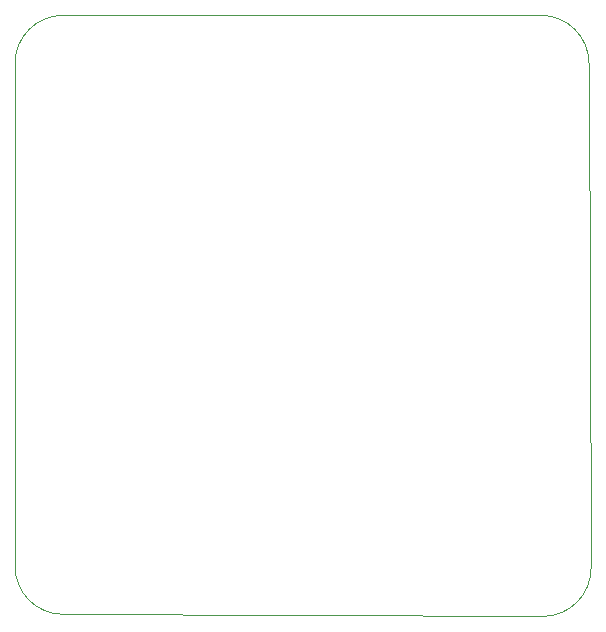
<source format=gbr>
%TF.GenerationSoftware,KiCad,Pcbnew,(6.0.8)*%
%TF.CreationDate,2023-01-25T20:09:53-08:00*%
%TF.ProjectId,GN-ESSP32,474e2d45-5353-4503-9332-2e6b69636164,rev?*%
%TF.SameCoordinates,Original*%
%TF.FileFunction,Profile,NP*%
%FSLAX46Y46*%
G04 Gerber Fmt 4.6, Leading zero omitted, Abs format (unit mm)*
G04 Created by KiCad (PCBNEW (6.0.8)) date 2023-01-25 20:09:53*
%MOMM*%
%LPD*%
G01*
G04 APERTURE LIST*
%TA.AperFunction,Profile*%
%ADD10C,0.100000*%
%TD*%
G04 APERTURE END LIST*
D10*
X138175959Y-122848841D02*
G75*
G03*
X142240000Y-126912841I4064041J41D01*
G01*
X182880000Y-127087200D02*
G75*
G03*
X186944000Y-123023159I0J4064000D01*
G01*
X186769700Y-80264000D02*
G75*
G03*
X182705682Y-76200000I-4064000J0D01*
G01*
X186769682Y-80264000D02*
X186944000Y-123023159D01*
X142240000Y-76200000D02*
G75*
G03*
X138176000Y-80264000I0J-4064000D01*
G01*
X138176000Y-122848841D02*
X138176000Y-80264000D01*
X142240000Y-126912841D02*
X182880000Y-127087159D01*
X142240000Y-76200000D02*
X182705682Y-76200000D01*
M02*

</source>
